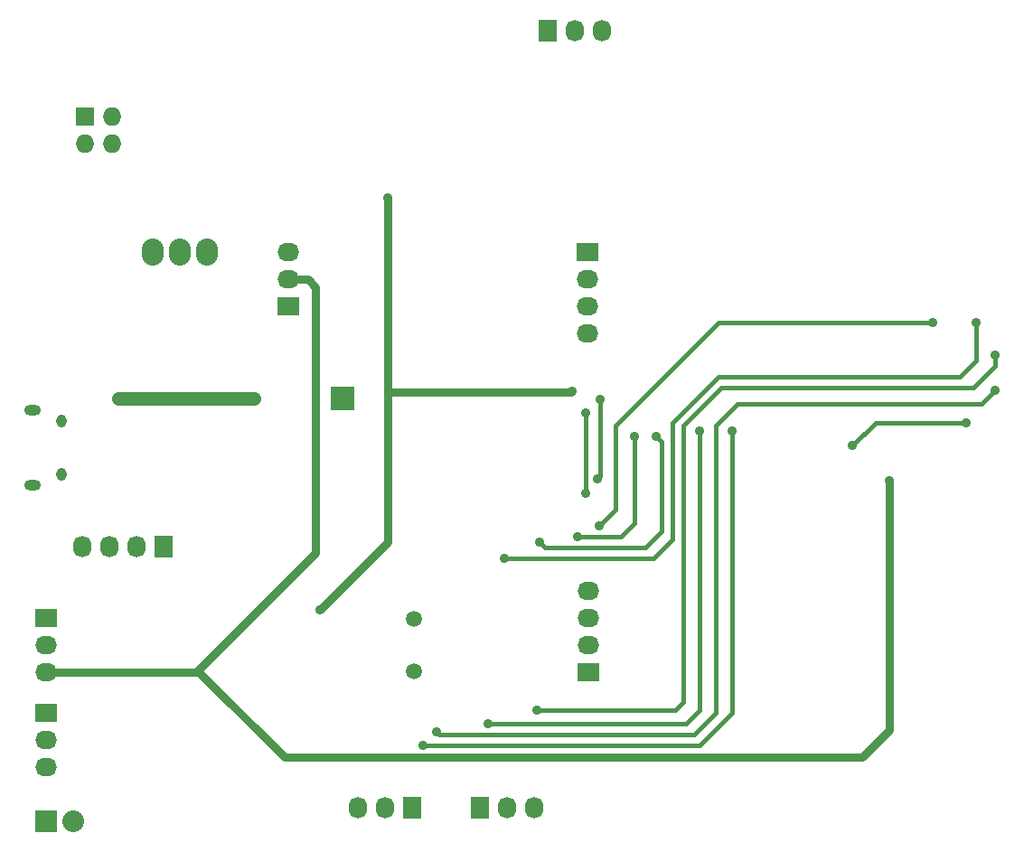
<source format=gbl>
G04 #@! TF.FileFunction,Copper,L2,Bot,Signal*
%FSLAX46Y46*%
G04 Gerber Fmt 4.6, Leading zero omitted, Abs format (unit mm)*
G04 Created by KiCad (PCBNEW 0.201501102116+5363~20~ubuntu14.04.1-product) date Wed 21 Jan 2015 18:10:41 CET*
%MOMM*%
G01*
G04 APERTURE LIST*
%ADD10C,0.100000*%
%ADD11O,0.950000X1.250000*%
%ADD12O,1.550000X1.000000*%
%ADD13R,2.032000X1.727200*%
%ADD14O,2.032000X1.727200*%
%ADD15R,2.235200X2.235200*%
%ADD16R,1.727200X2.032000*%
%ADD17O,1.727200X2.032000*%
%ADD18R,1.727200X1.727200*%
%ADD19O,1.727200X1.727200*%
%ADD20R,2.032000X2.032000*%
%ADD21O,2.032000X2.032000*%
%ADD22O,2.032000X2.540000*%
%ADD23C,1.501140*%
%ADD24C,0.889000*%
%ADD25C,1.270000*%
%ADD26C,0.762000*%
%ADD27C,0.381000*%
G04 APERTURE END LIST*
D10*
D11*
X120215000Y-107727000D03*
X120215000Y-112727000D03*
D12*
X117515000Y-106727000D03*
X117515000Y-113727000D03*
D13*
X118810000Y-135010000D03*
D14*
X118810000Y-137550000D03*
X118810000Y-140090000D03*
D15*
X146582000Y-105600000D03*
D13*
X141502000Y-96964000D03*
D14*
X141502000Y-94424000D03*
X141502000Y-91884000D03*
D13*
X118810000Y-126120000D03*
D14*
X118810000Y-128660000D03*
X118810000Y-131200000D03*
D16*
X165800000Y-71129000D03*
D17*
X168340000Y-71129000D03*
X170880000Y-71129000D03*
D16*
X129810000Y-119500000D03*
D17*
X127270000Y-119500000D03*
X124730000Y-119500000D03*
X122190000Y-119500000D03*
D16*
X153100000Y-143900000D03*
D17*
X150560000Y-143900000D03*
X148020000Y-143900000D03*
D16*
X159450000Y-143900000D03*
D17*
X161990000Y-143900000D03*
X164530000Y-143900000D03*
D18*
X122452000Y-79184000D03*
D19*
X122452000Y-81724000D03*
X124992000Y-79184000D03*
X124992000Y-81724000D03*
D20*
X118810000Y-145170000D03*
D21*
X121350000Y-145170000D03*
D22*
X131342000Y-91884000D03*
X128802000Y-91884000D03*
X133882000Y-91884000D03*
D23*
X153242000Y-126273060D03*
X153242000Y-131154940D03*
D13*
X169483000Y-91830000D03*
D14*
X169483000Y-94370000D03*
X169483000Y-96910000D03*
X169483000Y-99450000D03*
D13*
X169610000Y-131200000D03*
D14*
X169610000Y-128660000D03*
X169610000Y-126120000D03*
X169610000Y-123580000D03*
D24*
X125541000Y-105546000D03*
X138241000Y-105546000D03*
X168022500Y-104911000D03*
X144400500Y-125358000D03*
X150750500Y-86750000D03*
X197740500Y-113293000D03*
X170626000Y-117484000D03*
X201868000Y-98434000D03*
X168594000Y-118500000D03*
X173928000Y-109102000D03*
X161736000Y-120532000D03*
X205932000Y-98434000D03*
X165038000Y-119008000D03*
X175960000Y-109102000D03*
X183072000Y-108594000D03*
X154116000Y-138058000D03*
X207710000Y-104784000D03*
X155386000Y-136788000D03*
X160212000Y-136026000D03*
X180024000Y-108594000D03*
X164784000Y-134756000D03*
X207710000Y-101482000D03*
X170689500Y-105673000D03*
X170435500Y-113102500D03*
X204979500Y-107832000D03*
X194311500Y-109991000D03*
X169356000Y-106943000D03*
X169356000Y-114436000D03*
D25*
X138241000Y-105546000D02*
X125541000Y-105546000D01*
D26*
X150750500Y-104974500D02*
X167959000Y-104974500D01*
X167959000Y-104974500D02*
X168022500Y-104911000D01*
X144337000Y-125358000D02*
X144400500Y-125358000D01*
X144400500Y-125358000D02*
X144337000Y-125358000D01*
X150750500Y-119008000D02*
X144400500Y-125358000D01*
X150750500Y-86750000D02*
X150750500Y-104974500D01*
X150750500Y-104974500D02*
X150750500Y-119008000D01*
X118810000Y-131200000D02*
X133097500Y-131200000D01*
X197740500Y-136661000D02*
X197740500Y-113293000D01*
X195200500Y-139201000D02*
X197740500Y-136661000D01*
X141098500Y-139201000D02*
X195200500Y-139201000D01*
X133097500Y-131200000D02*
X141098500Y-139201000D01*
X141502000Y-94424000D02*
X143311500Y-94424000D01*
X132843500Y-131200000D02*
X118810000Y-131200000D01*
X144019500Y-120024000D02*
X132843500Y-131200000D01*
X144019500Y-95132000D02*
X144019500Y-120024000D01*
X143311500Y-94424000D02*
X144019500Y-95132000D01*
D27*
X170626000Y-117484000D02*
X172150000Y-115960000D01*
X172150000Y-115960000D02*
X172150000Y-108086000D01*
X172150000Y-108086000D02*
X181802000Y-98434000D01*
X181802000Y-98434000D02*
X201868000Y-98434000D01*
X168594000Y-118500000D02*
X172658000Y-118500000D01*
X172658000Y-118500000D02*
X173928000Y-117230000D01*
X173928000Y-117230000D02*
X173928000Y-109102000D01*
X161736000Y-120532000D02*
X175706000Y-120532000D01*
X175706000Y-120532000D02*
X177484000Y-118754000D01*
X177484000Y-118754000D02*
X177484000Y-107832000D01*
X177484000Y-107832000D02*
X181802000Y-103514000D01*
X181802000Y-103514000D02*
X204408000Y-103514000D01*
X204408000Y-103514000D02*
X205932000Y-101990000D01*
X205932000Y-101990000D02*
X205932000Y-98434000D01*
X165038000Y-119008000D02*
X165546000Y-119516000D01*
X165546000Y-119516000D02*
X174944000Y-119516000D01*
X174944000Y-119516000D02*
X176468000Y-117992000D01*
X176468000Y-117992000D02*
X176468000Y-109610000D01*
X176468000Y-109610000D02*
X175960000Y-109102000D01*
X183072000Y-135010000D02*
X183072000Y-108594000D01*
X180024000Y-138058000D02*
X183072000Y-135010000D01*
X154116000Y-138058000D02*
X180024000Y-138058000D01*
X206440000Y-106054000D02*
X207710000Y-104784000D01*
X183580000Y-106054000D02*
X206440000Y-106054000D01*
X181548000Y-108086000D02*
X183580000Y-106054000D01*
X181548000Y-135010000D02*
X181548000Y-108086000D01*
X179516000Y-137042000D02*
X181548000Y-135010000D01*
X155640000Y-137042000D02*
X179516000Y-137042000D01*
X155386000Y-136788000D02*
X155640000Y-137042000D01*
X160212000Y-136026000D02*
X178500000Y-136026000D01*
X178500000Y-136026000D02*
X178754000Y-136026000D01*
X178754000Y-136026000D02*
X180024000Y-134756000D01*
X180024000Y-134756000D02*
X180024000Y-108594000D01*
X164784000Y-134756000D02*
X165038000Y-134756000D01*
X165038000Y-134756000D02*
X177738000Y-134756000D01*
X177738000Y-134756000D02*
X178500000Y-133994000D01*
X178500000Y-133994000D02*
X178500000Y-108086000D01*
X178500000Y-108086000D02*
X182056000Y-104530000D01*
X182056000Y-104530000D02*
X205678000Y-104530000D01*
X205678000Y-104530000D02*
X207710000Y-102498000D01*
X207710000Y-102498000D02*
X207710000Y-101482000D01*
X170689500Y-112848500D02*
X170689500Y-105673000D01*
X170435500Y-113102500D02*
X170689500Y-112848500D01*
X196470500Y-107832000D02*
X204979500Y-107832000D01*
X194311500Y-109991000D02*
X196470500Y-107832000D01*
X169356000Y-114436000D02*
X169356000Y-106943000D01*
M02*

</source>
